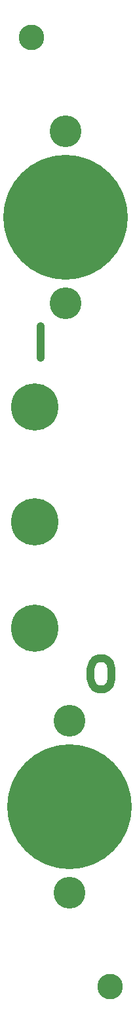
<source format=gbr>
%TF.GenerationSoftware,KiCad,Pcbnew,5.1.6+dfsg1-1*%
%TF.CreationDate,2020-08-19T02:21:13+02:00*%
%TF.ProjectId,midi_breakout,6d696469-5f62-4726-9561-6b6f75742e6b,rev?*%
%TF.SameCoordinates,Original*%
%TF.FileFunction,Soldermask,Bot*%
%TF.FilePolarity,Negative*%
%FSLAX46Y46*%
G04 Gerber Fmt 4.6, Leading zero omitted, Abs format (unit mm)*
G04 Created by KiCad (PCBNEW 5.1.6+dfsg1-1) date 2020-08-19 02:21:13*
%MOMM*%
%LPD*%
G01*
G04 APERTURE LIST*
%ADD10C,1.000000*%
%ADD11C,3.300000*%
%ADD12C,6.100000*%
%ADD13C,4.100000*%
%ADD14C,16.100000*%
G04 APERTURE END LIST*
D10*
X29954172Y-98370663D02*
X29192267Y-98370663D01*
X28811315Y-98561140D01*
X28430362Y-98942092D01*
X28239886Y-99703997D01*
X28239886Y-101037330D01*
X28430362Y-101799235D01*
X28811315Y-102180187D01*
X29192267Y-102370663D01*
X29954172Y-102370663D01*
X30335124Y-102180187D01*
X30716077Y-101799235D01*
X30906553Y-101037330D01*
X30906553Y-99703997D01*
X30716077Y-98942092D01*
X30335124Y-98561140D01*
X29954172Y-98370663D01*
X21747480Y-59576743D02*
X21747480Y-55576743D01*
D11*
%TO.C,REF\u002A\u002A*%
X30750000Y-140750000D03*
%TD*%
%TO.C,REF\u002A\u002A*%
X20600000Y-18250000D03*
%TD*%
D12*
%TO.C,REF\u002A\u002A*%
X21000000Y-94500000D03*
%TD*%
%TO.C,REF\u002A\u002A*%
X21000000Y-80750000D03*
%TD*%
%TO.C,REF\u002A\u002A*%
X21000000Y-66000000D03*
%TD*%
D13*
%TO.C,IN*%
X25000000Y-52600000D03*
X25000000Y-30400000D03*
D14*
X25000000Y-41500000D03*
%TD*%
D13*
%TO.C,OUT*%
X25500000Y-128600000D03*
X25500000Y-106400000D03*
D14*
X25500000Y-117500000D03*
%TD*%
M02*

</source>
